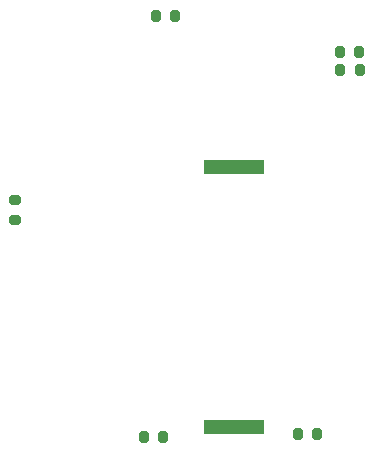
<source format=gbr>
%TF.GenerationSoftware,KiCad,Pcbnew,7.0.7*%
%TF.CreationDate,2023-09-02T14:38:40-07:00*%
%TF.ProjectId,badgelife101,62616467-656c-4696-9665-3130312e6b69,rev?*%
%TF.SameCoordinates,Original*%
%TF.FileFunction,Paste,Bot*%
%TF.FilePolarity,Positive*%
%FSLAX46Y46*%
G04 Gerber Fmt 4.6, Leading zero omitted, Abs format (unit mm)*
G04 Created by KiCad (PCBNEW 7.0.7) date 2023-09-02 14:38:40*
%MOMM*%
%LPD*%
G01*
G04 APERTURE LIST*
G04 Aperture macros list*
%AMRoundRect*
0 Rectangle with rounded corners*
0 $1 Rounding radius*
0 $2 $3 $4 $5 $6 $7 $8 $9 X,Y pos of 4 corners*
0 Add a 4 corners polygon primitive as box body*
4,1,4,$2,$3,$4,$5,$6,$7,$8,$9,$2,$3,0*
0 Add four circle primitives for the rounded corners*
1,1,$1+$1,$2,$3*
1,1,$1+$1,$4,$5*
1,1,$1+$1,$6,$7*
1,1,$1+$1,$8,$9*
0 Add four rect primitives between the rounded corners*
20,1,$1+$1,$2,$3,$4,$5,0*
20,1,$1+$1,$4,$5,$6,$7,0*
20,1,$1+$1,$6,$7,$8,$9,0*
20,1,$1+$1,$8,$9,$2,$3,0*%
G04 Aperture macros list end*
%ADD10RoundRect,0.200000X-0.200000X-0.275000X0.200000X-0.275000X0.200000X0.275000X-0.200000X0.275000X0*%
%ADD11RoundRect,0.200000X0.275000X-0.200000X0.275000X0.200000X-0.275000X0.200000X-0.275000X-0.200000X0*%
%ADD12RoundRect,0.200000X0.200000X0.275000X-0.200000X0.275000X-0.200000X-0.275000X0.200000X-0.275000X0*%
%ADD13R,5.080000X1.270000*%
G04 APERTURE END LIST*
D10*
%TO.C,R6*%
X143450000Y-77800000D03*
X141800000Y-77800000D03*
%TD*%
D11*
%TO.C,R5*%
X114200000Y-90450000D03*
X114200000Y-88800000D03*
%TD*%
D10*
%TO.C,R4*%
X138200000Y-108600000D03*
X139850000Y-108600000D03*
%TD*%
D12*
%TO.C,R3*%
X126800000Y-108800000D03*
X125150000Y-108800000D03*
%TD*%
D10*
%TO.C,R2*%
X141750000Y-76200000D03*
X143400000Y-76200000D03*
%TD*%
D12*
%TO.C,R1*%
X127800000Y-73200000D03*
X126150000Y-73200000D03*
%TD*%
D13*
%TO.C,BT1*%
X132750000Y-107985000D03*
X132750000Y-86015000D03*
%TD*%
M02*

</source>
